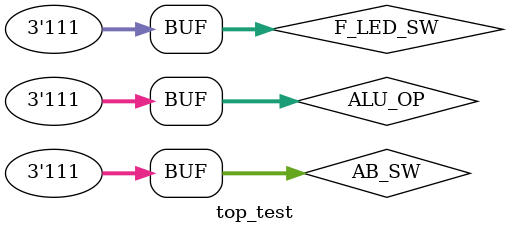
<source format=v>
`timescale 1ns / 1ps


module top_test;

	// Inputs
	reg [2:0] AB_SW;
	reg [2:0] ALU_OP;
	reg [2:0] F_LED_SW;

	// Outputs
	wire [7:0] LED;

	// Instantiate the Unit Under Test (UUT)
	ALU_TOP uut (
		.AB_SW(AB_SW), 
		.ALU_OP(ALU_OP), 
		.F_LED_SW(F_LED_SW), 
		.LED(LED)
	);

	initial begin
		// Initialize Inputs
		AB_SW = 0;
		ALU_OP = 0;
		F_LED_SW = 0;

		// Wait 100 ns for global reset to finish
		#100;
      AB_SW = 000;ALU_OP = 000;F_LED_SW = 000; 
		#100;
      AB_SW = 001;ALU_OP = 001;F_LED_SW = 001; 
		#100;
      AB_SW = 010;ALU_OP = 010;F_LED_SW = 010; 
		#100;
      AB_SW = 011;ALU_OP = 011;F_LED_SW = 011; 
		#100;
      AB_SW = 100;ALU_OP = 100;F_LED_SW = 100; 
		#100;
      AB_SW = 101;ALU_OP = 101;F_LED_SW = 101; 
		#100;
      AB_SW = 110;ALU_OP = 110;F_LED_SW = 110; 
		#100;
      AB_SW = 111;ALU_OP = 111;F_LED_SW = 111; 
		// Add stimulus here
		


	end
      
endmodule


</source>
